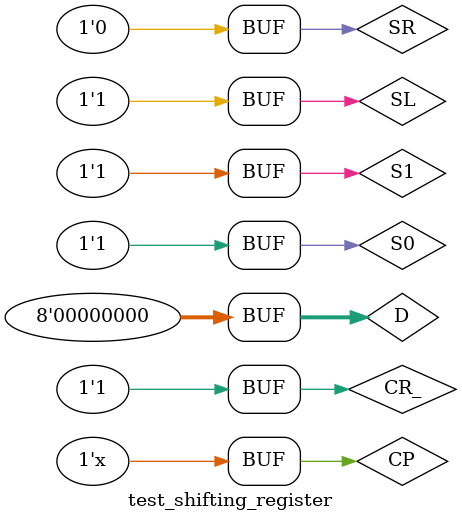
<source format=v>
`timescale 1ns / 1ps


module test_shifting_register;
    reg CR_,S0,S1,CP,SR,SL;
    reg [7:0] D;
    wire [7:0] Q;

    shifting_register shifting0(CR_,S0,S1,CP,SR,SL,D,Q);

    initial begin
        CP = 0;
        D = 8'b00000000;
        {CR_,S0,S1,SR,SL} = 5'b0; 
        #10 CR_ = 1'b1;SL = 1'b1;SR = 1'b0;
    end

    always #5 CP = ~CP;

    always begin
        #300 S1 = 1'b0; S0 = 1'b1;
        #300 S1 = 1'b1; S0 = 1'b0;
        #300 S1 = 1'b1; S0 = 1'b1;
    end
endmodule

</source>
